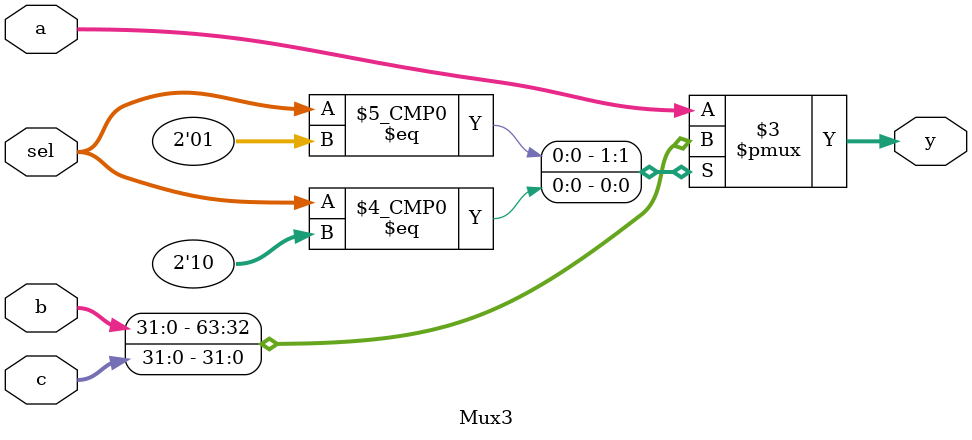
<source format=sv>
module Mux3 #(parameter WIDTH = 32) (
    input  logic [1:0]        sel,
    input  logic [WIDTH-1:0]  a,
    input  logic [WIDTH-1:0]  b,
    input  logic [WIDTH-1:0]  c,
    output logic [WIDTH-1:0]  y
);
    always_comb begin
        case (sel)
            2'b00: y = a;
            2'b01: y = b;
            2'b10: y = c;
            default: y = a;
        endcase
    end
endmodule
</source>
